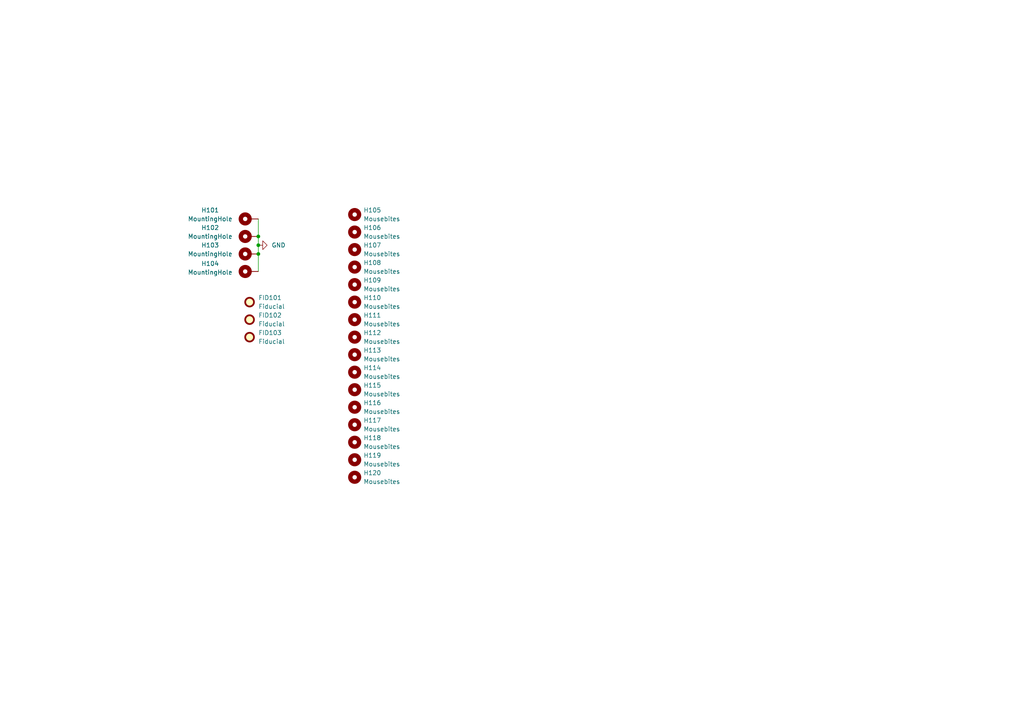
<source format=kicad_sch>
(kicad_sch (version 20250114) (generator "eeschema") (generator_version "9.0")
  (paper "A4")
  (lib_symbols
    (symbol "Mechanical:Fiducial" (in_bom no)
      (property "Reference" "FID" (at 0 5.08 0))
      (property "Value" "Fiducial" (at 0 3.175 0))
      (symbol "Fiducial_0_1"
        (circle (center 0 0) (radius 1.27) (stroke (width 0.508)) (fill (type background)))
      )
    )
    (symbol "Mechanical:MountingHole" (pin_names (offset 1.016)) (in_bom no)
      (property "Reference" "H" (at 0 5.08 0))
      (property "Value" "MountingHole" (at 0 3.175 0))
      (symbol "MountingHole_0_1"
        (circle (center 0 0) (radius 1.27) (stroke (width 1.27)))
      )
    )
    (symbol "Mechanical:MountingHole_Pad" (pin_numbers (hide yes)) (pin_names (offset 1.016) (hide yes)) (in_bom no)
      (property "Reference" "H" (at 0 6.35 0))
      (property "Value" "MountingHole_Pad" (at 0 4.445 0))
      (symbol "MountingHole_Pad_0_1"
        (circle (center 0 1.27) (radius 1.27) (stroke (width 1.27)))
      )
      (symbol "MountingHole_Pad_1_1"
        (pin input line (at 0 -2.54 90) (length 2.54) (name "1") (number "1"))
      )
    )
    (symbol "power:GND" (power) (pin_numbers (hide yes)) (pin_names (offset 0) (hide yes))
      (property "Value" "GND" (at 0 -3.81 0))
      (symbol "GND_0_1"
        (polyline (pts (xy 0 0) (xy 0 -1.27) (xy 1.27 -1.27) (xy 0 -2.54) (xy -1.27 -1.27) (xy 0 -1.27)))
      )
      (symbol "GND_1_1"
        (pin power_in line (at 0 0 270) (length 0) (name "~") (number "1"))
      )
    )
  )
  (junction (at 74.93 73.66))
  (junction (at 74.93 71.12))
  (junction (at 74.93 68.58))
  (wire (pts (xy 74.93 71.12) (xy 74.93 73.66)))
  (wire (pts (xy 74.93 63.5) (xy 74.93 68.58)))
  (wire (pts (xy 74.93 73.66) (xy 74.93 78.74)))
  (wire (pts (xy 74.93 68.58) (xy 74.93 71.12)))
  (symbol (lib_id "Mechanical:MountingHole") (at 102.87 72.39 0) (unit 1) (in_bom no)
    (property "Reference" "H107" (at 105.41 71.1199 0) (effects (justify left)))
    (property "Value" "Mousebites" (at 105.41 73.6599 0) (effects (justify left)))
    (property "Footprint" "STEVEannouncer:Mousebites" (effects (hide yes)))
    (property "Description" "Mounting Hole without connection" (effects (hide yes)))
  )
  (symbol (lib_id "Mechanical:MountingHole") (at 102.87 77.47 0) (unit 1) (in_bom no)
    (property "Reference" "H108" (at 105.41 76.1999 0) (effects (justify left)))
    (property "Value" "Mousebites" (at 105.41 78.7399 0) (effects (justify left)))
    (property "Footprint" "STEVEannouncer:Mousebites" (effects (hide yes)))
    (property "Description" "Mounting Hole without connection" (effects (hide yes)))
  )
  (symbol (lib_id "Mechanical:MountingHole") (at 102.87 67.31 0) (unit 1) (in_bom no)
    (property "Reference" "H106" (at 105.41 66.0399 0) (effects (justify left)))
    (property "Value" "Mousebites" (at 105.41 68.5799 0) (effects (justify left)))
    (property "Footprint" "STEVEannouncer:Mousebites" (effects (hide yes)))
    (property "Description" "Mounting Hole without connection" (effects (hide yes)))
  )
  (symbol (lib_id "Mechanical:Fiducial") (at 72.39 87.63 0) (unit 1) (in_bom no)
    (property "Reference" "FID101" (at 74.93 86.3599 0) (effects (justify left)))
    (property "Value" "Fiducial" (at 74.93 88.8999 0) (effects (justify left)))
    (property "Footprint" "Fiducial:Fiducial_1mm_Mask3mm" (effects (hide yes)))
    (property "Description" "Fiducial Marker" (effects (hide yes)))
  )
  (symbol (lib_id "Mechanical:MountingHole_Pad") (at 72.39 63.5 90) (unit 1) (in_bom no)
    (property "Reference" "H101" (at 60.96 60.96 90))
    (property "Value" "MountingHole" (at 60.96 63.5 90))
    (property "Footprint" "MountingHole:MountingHole_3.2mm_M3_Pad_TopBottom" (effects (hide yes)))
    (property "Description" "Mounting Hole with connection" (effects (hide yes)))
  )
  (symbol (lib_id "Mechanical:MountingHole") (at 102.87 87.63 0) (unit 1) (in_bom no)
    (property "Reference" "H110" (at 105.41 86.3599 0) (effects (justify left)))
    (property "Value" "Mousebites" (at 105.41 88.8999 0) (effects (justify left)))
    (property "Footprint" "STEVEannouncer:Mousebites" (effects (hide yes)))
    (property "Description" "Mounting Hole without connection" (effects (hide yes)))
  )
  (symbol (lib_id "Mechanical:MountingHole") (at 102.87 123.19 0) (unit 1) (in_bom no)
    (property "Reference" "H117" (at 105.41 121.9199 0) (effects (justify left)))
    (property "Value" "Mousebites" (at 105.41 124.4599 0) (effects (justify left)))
    (property "Footprint" "STEVEannouncer:Mousebites" (effects (hide yes)))
    (property "Description" "Mounting Hole without connection" (effects (hide yes)))
  )
  (symbol (lib_id "Mechanical:MountingHole") (at 102.87 92.71 0) (unit 1) (in_bom no)
    (property "Reference" "H111" (at 105.41 91.4399 0) (effects (justify left)))
    (property "Value" "Mousebites" (at 105.41 93.9799 0) (effects (justify left)))
    (property "Footprint" "STEVEannouncer:Mousebites" (effects (hide yes)))
    (property "Description" "Mounting Hole without connection" (effects (hide yes)))
  )
  (symbol (lib_id "Mechanical:MountingHole_Pad") (at 72.39 78.74 90) (unit 1) (in_bom no)
    (property "Reference" "H104" (at 60.96 76.454 90))
    (property "Value" "MountingHole" (at 60.96 78.994 90))
    (property "Footprint" "MountingHole:MountingHole_3.2mm_M3_Pad_TopBottom" (effects (hide yes)))
    (property "Description" "Mounting Hole with connection" (effects (hide yes)))
  )
  (symbol (lib_id "Mechanical:MountingHole") (at 102.87 82.55 0) (unit 1) (in_bom no)
    (property "Reference" "H109" (at 105.41 81.2799 0) (effects (justify left)))
    (property "Value" "Mousebites" (at 105.41 83.8199 0) (effects (justify left)))
    (property "Footprint" "STEVEannouncer:Mousebites" (effects (hide yes)))
    (property "Description" "Mounting Hole without connection" (effects (hide yes)))
  )
  (symbol (lib_id "Mechanical:MountingHole") (at 102.87 128.27 0) (unit 1) (in_bom no)
    (property "Reference" "H118" (at 105.41 126.9999 0) (effects (justify left)))
    (property "Value" "Mousebites" (at 105.41 129.5399 0) (effects (justify left)))
    (property "Footprint" "STEVEannouncer:Mousebites" (effects (hide yes)))
    (property "Description" "Mounting Hole without connection" (effects (hide yes)))
  )
  (symbol (lib_id "Mechanical:MountingHole") (at 102.87 133.35 0) (unit 1) (in_bom no)
    (property "Reference" "H119" (at 105.41 132.0799 0) (effects (justify left)))
    (property "Value" "Mousebites" (at 105.41 134.6199 0) (effects (justify left)))
    (property "Footprint" "STEVEannouncer:Mousebites" (effects (hide yes)))
    (property "Description" "Mounting Hole without connection" (effects (hide yes)))
  )
  (symbol (lib_id "power:GND") (at 74.93 71.12 90) (unit 1)
    (property "Reference" "#PWR0101" (effects (hide yes)))
    (property "Value" "GND" (at 78.74 71.1199 90) (effects (justify right)))
    (property "Description" "Power symbol creates a global label with name \"GND\" , ground" (effects (hide yes)))
  )
  (symbol (lib_id "Mechanical:MountingHole") (at 102.87 62.23 0) (unit 1) (in_bom no)
    (property "Reference" "H105" (at 105.41 60.9599 0) (effects (justify left)))
    (property "Value" "Mousebites" (at 105.41 63.4999 0) (effects (justify left)))
    (property "Footprint" "STEVEannouncer:Mousebites" (effects (hide yes)))
    (property "Description" "Mounting Hole without connection" (effects (hide yes)))
  )
  (symbol (lib_id "Mechanical:MountingHole") (at 102.87 102.87 0) (unit 1) (in_bom no)
    (property "Reference" "H113" (at 105.41 101.5999 0) (effects (justify left)))
    (property "Value" "Mousebites" (at 105.41 104.1399 0) (effects (justify left)))
    (property "Footprint" "STEVEannouncer:Mousebites" (effects (hide yes)))
    (property "Description" "Mounting Hole without connection" (effects (hide yes)))
  )
  (symbol (lib_id "Mechanical:MountingHole") (at 102.87 97.79 0) (unit 1) (in_bom no)
    (property "Reference" "H112" (at 105.41 96.5199 0) (effects (justify left)))
    (property "Value" "Mousebites" (at 105.41 99.0599 0) (effects (justify left)))
    (property "Footprint" "STEVEannouncer:Mousebites" (effects (hide yes)))
    (property "Description" "Mounting Hole without connection" (effects (hide yes)))
  )
  (symbol (lib_id "Mechanical:MountingHole") (at 102.87 113.03 0) (unit 1) (in_bom no)
    (property "Reference" "H115" (at 105.41 111.7599 0) (effects (justify left)))
    (property "Value" "Mousebites" (at 105.41 114.2999 0) (effects (justify left)))
    (property "Footprint" "STEVEannouncer:Mousebites" (effects (hide yes)))
    (property "Description" "Mounting Hole without connection" (effects (hide yes)))
  )
  (symbol (lib_id "Mechanical:MountingHole") (at 102.87 118.11 0) (unit 1) (in_bom no)
    (property "Reference" "H116" (at 105.41 116.8399 0) (effects (justify left)))
    (property "Value" "Mousebites" (at 105.41 119.3799 0) (effects (justify left)))
    (property "Footprint" "STEVEannouncer:Mousebites" (effects (hide yes)))
    (property "Description" "Mounting Hole without connection" (effects (hide yes)))
  )
  (symbol (lib_id "Mechanical:Fiducial") (at 72.39 92.71 0) (unit 1) (in_bom no)
    (property "Reference" "FID102" (at 74.93 91.4399 0) (effects (justify left)))
    (property "Value" "Fiducial" (at 74.93 93.9799 0) (effects (justify left)))
    (property "Footprint" "Fiducial:Fiducial_1mm_Mask3mm" (effects (hide yes)))
    (property "Description" "Fiducial Marker" (effects (hide yes)))
  )
  (symbol (lib_id "Mechanical:MountingHole_Pad") (at 72.39 68.58 90) (unit 1) (in_bom no)
    (property "Reference" "H102" (at 60.96 66.04 90))
    (property "Value" "MountingHole" (at 60.96 68.58 90))
    (property "Footprint" "MountingHole:MountingHole_3.2mm_M3_Pad_TopBottom" (effects (hide yes)))
    (property "Description" "Mounting Hole with connection" (effects (hide yes)))
  )
  (symbol (lib_id "Mechanical:Fiducial") (at 72.39 97.79 0) (unit 1) (in_bom no)
    (property "Reference" "FID103" (at 74.93 96.5199 0) (effects (justify left)))
    (property "Value" "Fiducial" (at 74.93 99.0599 0) (effects (justify left)))
    (property "Footprint" "Fiducial:Fiducial_1mm_Mask3mm" (effects (hide yes)))
    (property "Description" "Fiducial Marker" (effects (hide yes)))
  )
  (symbol (lib_id "Mechanical:MountingHole") (at 102.87 107.95 0) (unit 1) (in_bom no)
    (property "Reference" "H114" (at 105.41 106.6799 0) (effects (justify left)))
    (property "Value" "Mousebites" (at 105.41 109.2199 0) (effects (justify left)))
    (property "Footprint" "STEVEannouncer:Mousebites" (effects (hide yes)))
    (property "Description" "Mounting Hole without connection" (effects (hide yes)))
  )
  (symbol (lib_id "Mechanical:MountingHole") (at 102.87 138.43 0) (unit 1) (in_bom no)
    (property "Reference" "H120" (at 105.41 137.1599 0) (effects (justify left)))
    (property "Value" "Mousebites" (at 105.41 139.6999 0) (effects (justify left)))
    (property "Footprint" "STEVEannouncer:Mousebites" (effects (hide yes)))
    (property "Description" "Mounting Hole without connection" (effects (hide yes)))
  )
  (symbol (lib_id "Mechanical:MountingHole_Pad") (at 72.39 73.66 90) (unit 1) (in_bom no)
    (property "Reference" "H103" (at 60.96 71.12 90))
    (property "Value" "MountingHole" (at 60.96 73.66 90))
    (property "Footprint" "MountingHole:MountingHole_3.2mm_M3_Pad_TopBottom" (effects (hide yes)))
    (property "Description" "Mounting Hole with connection" (effects (hide yes)))
  )
)
</source>
